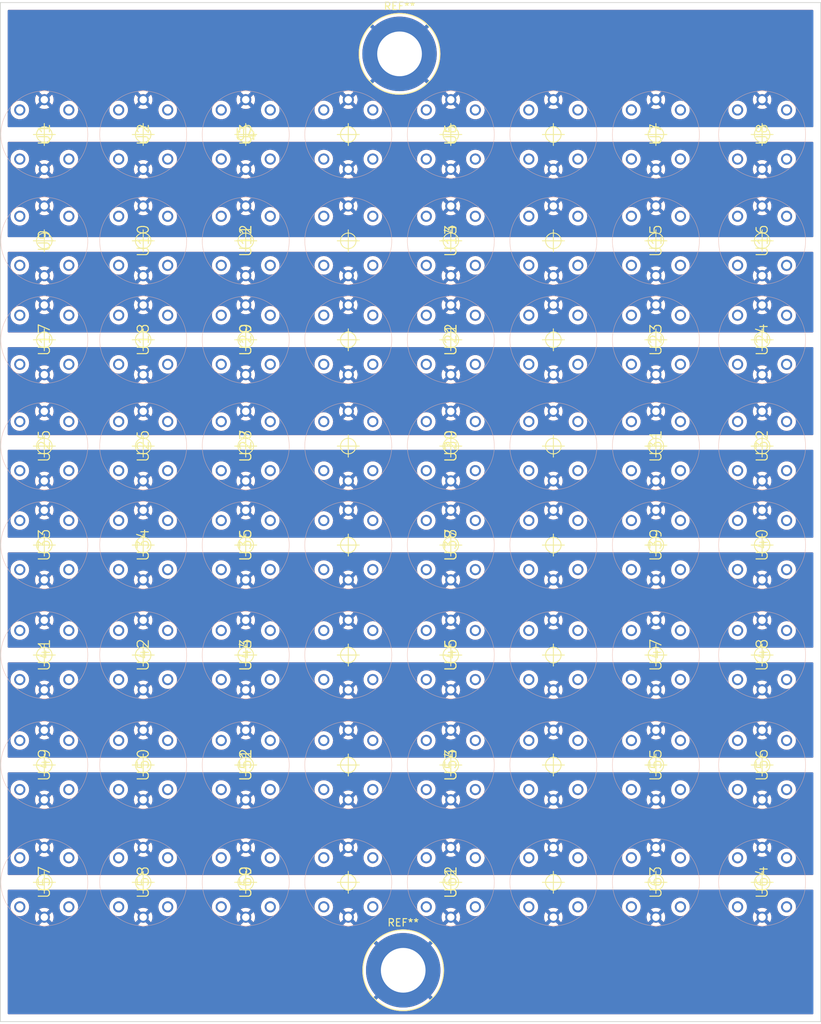
<source format=kicad_pcb>
(kicad_pcb (version 20210228) (generator pcbnew)
  (layers (0 "F.Cu" signal) (31 "B.Cu" signal) (34 "B.Paste" user) (35 "F.Paste" user) (36 "B.SilkS" user "B.Silkscreen") (37 "F.SilkS" user "F.Silkscreen") (38 "B.Mask" user) (39 "F.Mask" user) (44 "Edge.Cuts" user))
  (net 0 "")
  (net 2 "+24V")
  (net 5 "Net-(U1-Pad5)")
  (net 38 "Net-(U10-Pad5)")
  (net 71 "Net-(U17-Pad5)")
  (net 104 "Net-(U25-Pad5)")
  (net 137 "Net-(U33-Pad5)")
  (net 170 "Net-(U41-Pad5)")
  (net 203 "Net-(U49-Pad5)")
  (net 236 "GND")
  (footprint "brucon_badge:MQ-3-sparkfuntight" (layer "F.Cu") (at 61.5 89 -90)
    (fp_text reference "U45")
    (fp_text value "MQ-6" hide)
  )
  (footprint "brucon_badge:MQ-3-sparkfuntight" (layer "F.Cu") (at 104 46 -90)
    (fp_text reference "U24")
    (fp_text value "MQ-6" hide)
  )
  (footprint "brucon_badge:MQ-3-sparkfuntight" (layer "F.Cu") (at 89.5 46 -90)
    (fp_text reference "U23")
    (fp_text value "MQ-6" hide)
  )
  (footprint "brucon_badge:MQ-3-sparkfuntight" (layer "F.Cu") (at 47.5 46 -90)
    (fp_text reference "U20")
    (fp_text value "MQ-6" hide)
  )
  (footprint "brucon_badge:MQ-3-sparkfuntight" (layer "F.Cu") (at 47.5 60.5 -90)
    (fp_text reference "U28")
    (fp_text value "MQ-6" hide)
  )
  (footprint "Connector:Banana_Jack_1Pin" (layer "F.Cu") (at 54.5 7)
    (fp_text reference "REF**")
    (fp_text value "Banana_Jack_1Pin")
  )
  (footprint "brucon_badge:MQ-3-sparkfuntight" (layer "F.Cu") (at 104 18 -90)
    (fp_text reference "U8")
    (fp_text value "MQ-6" hide)
  )
  (footprint "brucon_badge:MQ-3-sparkfuntight" (layer "F.Cu") (at 104 32.5 -90)
    (fp_text reference "U16")
    (fp_text value "MQ-6" hide)
  )
  (footprint "brucon_badge:MQ-3-sparkfuntight" (layer "F.Cu") (at 33.5 120 -90)
    (fp_text reference "U59")
    (fp_text value "MQ-6" hide)
  )
  (footprint "brucon_badge:MQ-3-sparkfuntight" (layer "F.Cu") (at 89.5 18 -90)
    (fp_text reference "U7")
    (fp_text value "MQ-6" hide)
  )
  (footprint "brucon_badge:MQ-3-sparkfuntight" (layer "F.Cu") (at 61.5 104 -90)
    (fp_text reference "U53")
    (fp_text value "MQ-6" hide)
  )
  (footprint "brucon_badge:MQ-3-sparkfuntight" (layer "F.Cu") (at 33.5 104 -90)
    (fp_text reference "U51")
    (fp_text value "MQ-6" hide)
  )
  (footprint "brucon_badge:MQ-3-sparkfuntight" (layer "F.Cu") (at 75.5 120 -90)
    (fp_text reference "U62")
    (fp_text value "MQ-6" hide)
  )
  (footprint "brucon_badge:MQ-3-sparkfuntight" (layer "F.Cu") (at 75.5 18 -90)
    (fp_text reference "U6")
    (fp_text value "MQ-6" hide)
  )
  (footprint "brucon_badge:MQ-3-sparkfuntight" (layer "F.Cu") (at 6 46 -90)
    (fp_text reference "U17")
    (fp_text value "MQ-6" hide)
  )
  (footprint "brucon_badge:MQ-3-sparkfuntight" (layer "F.Cu") (at 75.5 46 -90)
    (fp_text reference "U22")
    (fp_text value "MQ-6" hide)
  )
  (footprint "brucon_badge:MQ-3-sparkfuntight" (layer "F.Cu") (at 61.5 120 -90)
    (fp_text reference "U61")
    (fp_text value "MQ-6" hide)
  )
  (footprint "brucon_badge:MQ-3-sparkfuntight" (layer "F.Cu") (at 6 60.5 -90)
    (fp_text reference "U25")
    (fp_text value "MQ-6" hide)
  )
  (footprint "brucon_badge:MQ-3-sparkfuntight" (layer "F.Cu") (at 89.5 120 -90)
    (fp_text reference "U63")
    (fp_text value "MQ-6" hide)
  )
  (footprint "brucon_badge:MQ-3-sparkfuntight" (layer "F.Cu") (at 33.5 89 -90)
    (fp_text reference "U43")
    (fp_text value "MQ-6" hide)
  )
  (footprint "brucon_badge:MQ-3-sparkfuntight" (layer "F.Cu") (at 6 104 -90)
    (fp_text reference "U49")
    (fp_text value "MQ-6" hide)
  )
  (footprint "brucon_badge:MQ-3-sparkfuntight" (layer "F.Cu") (at 75.5 32.5 -90)
    (fp_text reference "U14")
    (fp_text value "MQ-6" hide)
  )
  (footprint "brucon_badge:MQ-3-sparkfuntight" (layer "F.Cu") (at 47.5 89 -90)
    (fp_text reference "U44")
    (fp_text value "MQ-6" hide)
  )
  (footprint "brucon_badge:MQ-3-sparkfuntight" (layer "F.Cu") (at 104 89 -90)
    (fp_text reference "U48")
    (fp_text value "MQ-6" hide)
  )
  (footprint "brucon_badge:MQ-3-sparkfuntight" (layer "F.Cu") (at 75.5 60.5 -90)
    (fp_text reference "U30")
    (fp_text value "MQ-6" hide)
  )
  (footprint "brucon_badge:MQ-3-sparkfuntight" (layer "F.Cu") (at 33.5 32.5 -90)
    (fp_text reference "U11")
    (fp_text value "MQ-6" hide)
  )
  (footprint "brucon_badge:MQ-3-sparkfuntight" (layer "F.Cu") (at 75.5 89 -90)
    (fp_text reference "U46")
    (fp_text value "MQ-6" hide)
  )
  (footprint "brucon_badge:MQ-3-sparkfuntight" (layer "F.Cu") (at 89.5 74 -90)
    (fp_text reference "U39")
    (fp_text value "MQ-6" hide)
  )
  (footprint "brucon_badge:MQ-3-sparkfuntight" (layer "F.Cu") (at 19.5 89 -90)
    (fp_text reference "U42")
    (fp_text value "MQ-6" hide)
  )
  (footprint "brucon_badge:MQ-3-sparkfuntight" (layer "F.Cu") (at 75.5 74 -90)
    (fp_text reference "U38")
    (fp_text value "MQ-6" hide)
  )
  (footprint "brucon_badge:MQ-3-sparkfuntight" (layer "F.Cu") (at 19.5 120 -90)
    (fp_text reference "U58")
    (fp_text value "MQ-6" hide)
  )
  (footprint "brucon_badge:MQ-3-sparkfuntight" (layer "F.Cu") (at 61.5 18 -90)
    (fp_text reference "U5")
    (fp_text value "MQ-6" hide)
  )
  (footprint "brucon_badge:MQ-3-sparkfuntight" (layer "F.Cu") (at 19.5 104 -90)
    (fp_text reference "U50")
    (fp_text value "MQ-6" hide)
  )
  (footprint "brucon_badge:MQ-3-sparkfuntight" (layer "F.Cu") (at 33.5 46 -90)
    (fp_text reference "U19")
    (fp_text value "MQ-6" hide)
  )
  (footprint "brucon_badge:MQ-3-sparkfuntight" (layer "F.Cu") (at 61.5 46 -90)
    (fp_text reference "U21")
    (fp_text value "MQ-6" hide)
  )
  (footprint "brucon_badge:MQ-3-sparkfuntight" (layer "F.Cu") (at 104 104 -90)
    (fp_text reference "U56")
    (fp_text value "MQ-6" hide)
  )
  (footprint "brucon_badge:MQ-3-sparkfuntight" (layer "F.Cu") (at 33.5 74 -90)
    (fp_text reference "U35")
    (fp_text value "MQ-6" hide)
  )
  (footprint "brucon_badge:MQ-3-sparkfuntight" (layer "F.Cu") (at 6 32.5 -90)
    (fp_text reference "U9")
    (fp_text value "MQ-6" hide)
  )
  (footprint "brucon_badge:MQ-3-sparkfuntight" (layer "F.Cu") (at 6 120 -90)
    (fp_text reference "U57")
    (fp_text value "MQ-6" hide)
  )
  (footprint "brucon_badge:MQ-3-sparkfuntight" (layer "F.Cu") (at 89.5 32.5 -90)
    (fp_text reference "U15")
    (fp_text value "MQ-6" hide)
  )
  (footprint "brucon_badge:MQ-3-sparkfuntight" (layer "F.Cu") (at 75.5 104 -90)
    (fp_text reference "U54")
    (fp_text value "MQ-6" hide)
  )
  (footprint "brucon_badge:MQ-3-sparkfuntight" (layer "F.Cu") (at 61.5 32.5 -90)
    (fp_text reference "U13")
    (fp_text value "MQ-6" hide)
  )
  (footprint "brucon_badge:MQ-3-sparkfuntight" (layer "F.Cu") (at 47.5 104 -90)
    (fp_text reference "U52")
    (fp_text value "MQ-6" hide)
  )
  (footprint "brucon_badge:MQ-3-sparkfuntight" (layer "F.Cu") (at 33.5 60.5 -90)
    (fp_text reference "U27")
    (fp_text value "MQ-6" hide)
  )
  (footprint "brucon_badge:MQ-3-sparkfuntight" (layer "F.Cu") (at 89.5 104 -90)
    (fp_text reference "U55")
    (fp_text value "MQ-6" hide)
  )
  (footprint "brucon_badge:MQ-3-sparkfuntight" (layer "F.Cu") (at 19.5 18 -90)
    (fp_text reference "U2")
    (fp_text value "MQ-6" hide)
  )
  (footprint "brucon_badge:MQ-3-sparkfuntight" (layer "F.Cu") (at 6 74 -90)
    (fp_text reference "U33")
    (fp_text value "MQ-6" hide)
  )
  (footprint "brucon_badge:MQ-3-sparkfuntight" (layer "F.Cu") (at 47.5 74 -90)
    (fp_text reference "U36")
    (fp_text value "MQ-6" hide)
  )
  (footprint "brucon_badge:MQ-3-sparkfuntight" (layer "F.Cu") (at 104 74 -90)
    (fp_text reference "U40")
    (fp_text value "MQ-6" hide)
  )
  (footprint "brucon_badge:MQ-3-sparkfuntight" (layer "F.Cu") (at 19.5 74 -90)
    (fp_text reference "U34")
    (fp_text value "MQ-6" hide)
  )
  (footprint "brucon_badge:MQ-3-sparkfuntight" (layer "F.Cu") (at 6 89 -90)
    (fp_text reference "U41")
    (fp_text value "MQ-6" hide)
  )
  (footprint "brucon_badge:MQ-3-sparkfuntight" (layer "F.Cu") (at 61.5 74 -90)
    (fp_text reference "U37")
    (fp_text value "MQ-6" hide)
  )
  (footprint "brucon_badge:MQ-3-sparkfuntight" (layer "F.Cu") (at 89.5 60.5 -90)
    (fp_text reference "U31")
    (fp_text value "MQ-6" hide)
  )
  (footprint "brucon_badge:MQ-3-sparkfuntight" (layer "F.Cu") (at 104 120 -90)
    (fp_text reference "U64")
    (fp_text value "MQ-6" hide)
  )
  (footprint "brucon_badge:MQ-3-sparkfuntight" (layer "F.Cu") (at 47.5 18 -90)
    (fp_text reference "U4")
    (fp_text value "MQ-6" hide)
  )
  (footprint "brucon_badge:MQ-3-sparkfuntight" (layer "F.Cu") (at 6 18 -90)
    (fp_text reference "U1")
    (fp_text value "MQ-6" hide)
  )
  (footprint "brucon_badge:MQ-3-sparkfuntight" (layer "F.Cu") (at 61.5 60.5 -90)
    (fp_text reference "U29")
    (fp_text value "MQ-6" hide)
  )
  (footprint "brucon_badge:MQ-3-sparkfuntight" (layer "F.Cu") (at 19.5 60.5 -90)
    (fp_text reference "U26")
    (fp_text value "MQ-6" hide)
  )
  (footprint "brucon_badge:MQ-3-sparkfuntight" (layer "F.Cu") (at 19.5 32.5 -90)
    (fp_text reference "U10")
    (fp_text value "MQ-6" hide)
  )
  (footprint "brucon_badge:MQ-3-sparkfuntight" (layer "F.Cu") (at 47.5 120 -90)
    (fp_text reference "U60")
    (fp_text value "MQ-6" hide)
  )
  (footprint "brucon_badge:MQ-3-sparkfuntight" (layer "F.Cu") (at 47.5 32.5 -90)
    (fp_text reference "U12")
    (fp_text value "MQ-6" hide)
  )
  (footprint "brucon_badge:MQ-3-sparkfuntight" (layer "F.Cu") (at 33.5 18 -90)
    (fp_text reference "U3")
    (fp_text value "MQ-6" hide)
  )
  (footprint "brucon_badge:MQ-3-sparkfuntight" (layer "F.Cu") (at 104 60.5 -90)
    (fp_text reference "U32")
    (fp_text value "MQ-6" hide)
  )
  (footprint "Connector:Banana_Jack_1Pin" (layer "F.Cu") (at 55 132)
    (fp_text reference "REF**")
    (fp_text value "Banana_Jack_1Pin")
  )
  (footprint "brucon_badge:MQ-3-sparkfuntight" (layer "F.Cu") (at 89.5 89 -90)
    (fp_text reference "U47")
    (fp_text value "MQ-6" hide)
  )
  (footprint "brucon_badge:MQ-3-sparkfuntight" (layer "F.Cu") (at 19.5 46 -90)
    (fp_text reference "U18")
    (fp_text value "MQ-6" hide)
  )
  (gr_line (start 112 0) (end 112 139) (layer "Edge.Cuts") (width 0.1))
  (gr_line (start 112 0) (end 0 0) (layer "Edge.Cuts") (width 0.1))
  (gr_line (start 112 139) (end 0 139) (layer "Edge.Cuts") (width 0.1))
  (gr_line (start 0 139) (end 0 0) (layer "Edge.Cuts") (width 0.1))
  (zone (net 137) (net_name "Net-(U33-Pad5)") (layers F&B.Cu) (connect_pads (clearance 0.508)) (min_thickness 0.254) (fill yes (thermal_gap 0.508) (thermal_bridge_width 0.508))
    (polygon (pts (xy 111 88) (xy 1 88) (xy 1 75) (xy 111 75)))
  )
  (zone (net 203) (net_name "Net-(U49-Pad5)") (layers F&B.Cu) (connect_pads (clearance 0.508)) (min_thickness 0.254) (fill yes (thermal_gap 0.508) (thermal_bridge_width 0.508))
    (polygon (pts (xy 111 105) (xy 111 119) (xy 1 119) (xy 1 105)))
  )
  (zone (net 2) (net_name "+24V") (layers F&B.Cu) (connect_pads (clearance 0.508)) (min_thickness 0.254) (fill yes (thermal_gap 0.508) (thermal_bridge_width 0.508))
    (polygon (pts (xy 111 1) (xy 111 17) (xy 1 17) (xy 1 1) (xy 51 1) (xy 59 1)))
  )
  (zone (net 104) (net_name "Net-(U25-Pad5)") (layers F&B.Cu) (connect_pads (clearance 0.508)) (min_thickness 0.254) (fill yes (thermal_gap 0.508) (thermal_bridge_width 0.508))
    (polygon (pts (xy 111 73) (xy 1 73) (xy 1 61) (xy 111 61)))
  )
  (zone (net 38) (net_name "Net-(U10-Pad5)") (layers F&B.Cu) (connect_pads (clearance 0.508)) (min_thickness 0.254) (fill yes (thermal_gap 0.508) (thermal_bridge_width 0.508))
    (polygon (pts (xy 111 45) (xy 1 45) (xy 1 34) (xy 111 34)))
  )
  (zone (net 5) (net_name "Net-(U1-Pad5)") (layers F&B.Cu) (connect_pads (clearance 0.508)) (min_thickness 0.254) (fill yes (thermal_gap 0.508) (thermal_bridge_width 0.508))
    (polygon (pts (xy 111 32) (xy 1 32) (xy 1 19) (xy 111 19)))
  )
  (zone (net 236) (net_name "GND") (layers F&B.Cu) (connect_pads (clearance 0.508)) (min_thickness 0.254) (fill yes (thermal_gap 0.508) (thermal_bridge_width 0.508))
    (polygon (pts (xy 111 138) (xy 59 138) (xy 51 138) (xy 1 138) (xy 1 121) (xy 111 121)))
  )
  (zone (net 170) (net_name "Net-(U41-Pad5)") (layers F&B.Cu) (connect_pads (clearance 0.508)) (min_thickness 0.254) (fill yes (thermal_gap 0.508) (thermal_bridge_width 0.508))
    (polygon (pts (xy 111 103) (xy 1 103) (xy 1 90) (xy 111 90)))
  )
  (zone (net 71) (net_name "Net-(U17-Pad5)") (layers F&B.Cu) (connect_pads (clearance 0.508)) (min_thickness 0.254) (fill yes (thermal_gap 0.508) (thermal_bridge_width 0.508))
    (polygon (pts (xy 111 59) (xy 1 59) (xy 1 47) (xy 111 47)))
  )
)
</source>
